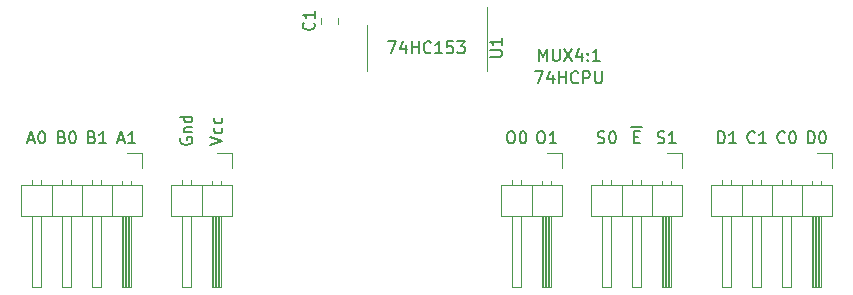
<source format=gbr>
%TF.GenerationSoftware,KiCad,Pcbnew,(5.1.8)-1*%
%TF.CreationDate,2023-06-16T08:47:49+03:00*%
%TF.ProjectId,MUX1,4d555831-2e6b-4696-9361-645f70636258,rev?*%
%TF.SameCoordinates,Original*%
%TF.FileFunction,Legend,Top*%
%TF.FilePolarity,Positive*%
%FSLAX46Y46*%
G04 Gerber Fmt 4.6, Leading zero omitted, Abs format (unit mm)*
G04 Created by KiCad (PCBNEW (5.1.8)-1) date 2023-06-16 08:47:49*
%MOMM*%
%LPD*%
G01*
G04 APERTURE LIST*
%ADD10C,0.150000*%
%ADD11C,0.120000*%
G04 APERTURE END LIST*
D10*
X113347857Y-55332380D02*
X114014523Y-55332380D01*
X113585952Y-56332380D01*
X114824047Y-55665714D02*
X114824047Y-56332380D01*
X114585952Y-55284761D02*
X114347857Y-55999047D01*
X114966904Y-55999047D01*
X115347857Y-56332380D02*
X115347857Y-55332380D01*
X115347857Y-55808571D02*
X115919285Y-55808571D01*
X115919285Y-56332380D02*
X115919285Y-55332380D01*
X116966904Y-56237142D02*
X116919285Y-56284761D01*
X116776428Y-56332380D01*
X116681190Y-56332380D01*
X116538333Y-56284761D01*
X116443095Y-56189523D01*
X116395476Y-56094285D01*
X116347857Y-55903809D01*
X116347857Y-55760952D01*
X116395476Y-55570476D01*
X116443095Y-55475238D01*
X116538333Y-55380000D01*
X116681190Y-55332380D01*
X116776428Y-55332380D01*
X116919285Y-55380000D01*
X116966904Y-55427619D01*
X117395476Y-56332380D02*
X117395476Y-55332380D01*
X117776428Y-55332380D01*
X117871666Y-55380000D01*
X117919285Y-55427619D01*
X117966904Y-55522857D01*
X117966904Y-55665714D01*
X117919285Y-55760952D01*
X117871666Y-55808571D01*
X117776428Y-55856190D01*
X117395476Y-55856190D01*
X118395476Y-55332380D02*
X118395476Y-56141904D01*
X118443095Y-56237142D01*
X118490714Y-56284761D01*
X118585952Y-56332380D01*
X118776428Y-56332380D01*
X118871666Y-56284761D01*
X118919285Y-56237142D01*
X118966904Y-56141904D01*
X118966904Y-55332380D01*
X113681190Y-54427380D02*
X113681190Y-53427380D01*
X114014523Y-54141666D01*
X114347857Y-53427380D01*
X114347857Y-54427380D01*
X114824047Y-53427380D02*
X114824047Y-54236904D01*
X114871666Y-54332142D01*
X114919285Y-54379761D01*
X115014523Y-54427380D01*
X115205000Y-54427380D01*
X115300238Y-54379761D01*
X115347857Y-54332142D01*
X115395476Y-54236904D01*
X115395476Y-53427380D01*
X115776428Y-53427380D02*
X116443095Y-54427380D01*
X116443095Y-53427380D02*
X115776428Y-54427380D01*
X117252619Y-53760714D02*
X117252619Y-54427380D01*
X117014523Y-53379761D02*
X116776428Y-54094047D01*
X117395476Y-54094047D01*
X117776428Y-54332142D02*
X117824047Y-54379761D01*
X117776428Y-54427380D01*
X117728809Y-54379761D01*
X117776428Y-54332142D01*
X117776428Y-54427380D01*
X117776428Y-53808333D02*
X117824047Y-53855952D01*
X117776428Y-53903571D01*
X117728809Y-53855952D01*
X117776428Y-53808333D01*
X117776428Y-53903571D01*
X118776428Y-54427380D02*
X118205000Y-54427380D01*
X118490714Y-54427380D02*
X118490714Y-53427380D01*
X118395476Y-53570238D01*
X118300238Y-53665476D01*
X118205000Y-53713095D01*
X100878095Y-52792380D02*
X101544761Y-52792380D01*
X101116190Y-53792380D01*
X102354285Y-53125714D02*
X102354285Y-53792380D01*
X102116190Y-52744761D02*
X101878095Y-53459047D01*
X102497142Y-53459047D01*
X102878095Y-53792380D02*
X102878095Y-52792380D01*
X102878095Y-53268571D02*
X103449523Y-53268571D01*
X103449523Y-53792380D02*
X103449523Y-52792380D01*
X104497142Y-53697142D02*
X104449523Y-53744761D01*
X104306666Y-53792380D01*
X104211428Y-53792380D01*
X104068571Y-53744761D01*
X103973333Y-53649523D01*
X103925714Y-53554285D01*
X103878095Y-53363809D01*
X103878095Y-53220952D01*
X103925714Y-53030476D01*
X103973333Y-52935238D01*
X104068571Y-52840000D01*
X104211428Y-52792380D01*
X104306666Y-52792380D01*
X104449523Y-52840000D01*
X104497142Y-52887619D01*
X105449523Y-53792380D02*
X104878095Y-53792380D01*
X105163809Y-53792380D02*
X105163809Y-52792380D01*
X105068571Y-52935238D01*
X104973333Y-53030476D01*
X104878095Y-53078095D01*
X106354285Y-52792380D02*
X105878095Y-52792380D01*
X105830476Y-53268571D01*
X105878095Y-53220952D01*
X105973333Y-53173333D01*
X106211428Y-53173333D01*
X106306666Y-53220952D01*
X106354285Y-53268571D01*
X106401904Y-53363809D01*
X106401904Y-53601904D01*
X106354285Y-53697142D01*
X106306666Y-53744761D01*
X106211428Y-53792380D01*
X105973333Y-53792380D01*
X105878095Y-53744761D01*
X105830476Y-53697142D01*
X106735238Y-52792380D02*
X107354285Y-52792380D01*
X107020952Y-53173333D01*
X107163809Y-53173333D01*
X107259047Y-53220952D01*
X107306666Y-53268571D01*
X107354285Y-53363809D01*
X107354285Y-53601904D01*
X107306666Y-53697142D01*
X107259047Y-53744761D01*
X107163809Y-53792380D01*
X106878095Y-53792380D01*
X106782857Y-53744761D01*
X106735238Y-53697142D01*
X136421904Y-61412380D02*
X136421904Y-60412380D01*
X136660000Y-60412380D01*
X136802857Y-60460000D01*
X136898095Y-60555238D01*
X136945714Y-60650476D01*
X136993333Y-60840952D01*
X136993333Y-60983809D01*
X136945714Y-61174285D01*
X136898095Y-61269523D01*
X136802857Y-61364761D01*
X136660000Y-61412380D01*
X136421904Y-61412380D01*
X137612380Y-60412380D02*
X137707619Y-60412380D01*
X137802857Y-60460000D01*
X137850476Y-60507619D01*
X137898095Y-60602857D01*
X137945714Y-60793333D01*
X137945714Y-61031428D01*
X137898095Y-61221904D01*
X137850476Y-61317142D01*
X137802857Y-61364761D01*
X137707619Y-61412380D01*
X137612380Y-61412380D01*
X137517142Y-61364761D01*
X137469523Y-61317142D01*
X137421904Y-61221904D01*
X137374285Y-61031428D01*
X137374285Y-60793333D01*
X137421904Y-60602857D01*
X137469523Y-60507619D01*
X137517142Y-60460000D01*
X137612380Y-60412380D01*
X134453333Y-61317142D02*
X134405714Y-61364761D01*
X134262857Y-61412380D01*
X134167619Y-61412380D01*
X134024761Y-61364761D01*
X133929523Y-61269523D01*
X133881904Y-61174285D01*
X133834285Y-60983809D01*
X133834285Y-60840952D01*
X133881904Y-60650476D01*
X133929523Y-60555238D01*
X134024761Y-60460000D01*
X134167619Y-60412380D01*
X134262857Y-60412380D01*
X134405714Y-60460000D01*
X134453333Y-60507619D01*
X135072380Y-60412380D02*
X135167619Y-60412380D01*
X135262857Y-60460000D01*
X135310476Y-60507619D01*
X135358095Y-60602857D01*
X135405714Y-60793333D01*
X135405714Y-61031428D01*
X135358095Y-61221904D01*
X135310476Y-61317142D01*
X135262857Y-61364761D01*
X135167619Y-61412380D01*
X135072380Y-61412380D01*
X134977142Y-61364761D01*
X134929523Y-61317142D01*
X134881904Y-61221904D01*
X134834285Y-61031428D01*
X134834285Y-60793333D01*
X134881904Y-60602857D01*
X134929523Y-60507619D01*
X134977142Y-60460000D01*
X135072380Y-60412380D01*
X131913333Y-61317142D02*
X131865714Y-61364761D01*
X131722857Y-61412380D01*
X131627619Y-61412380D01*
X131484761Y-61364761D01*
X131389523Y-61269523D01*
X131341904Y-61174285D01*
X131294285Y-60983809D01*
X131294285Y-60840952D01*
X131341904Y-60650476D01*
X131389523Y-60555238D01*
X131484761Y-60460000D01*
X131627619Y-60412380D01*
X131722857Y-60412380D01*
X131865714Y-60460000D01*
X131913333Y-60507619D01*
X132865714Y-61412380D02*
X132294285Y-61412380D01*
X132580000Y-61412380D02*
X132580000Y-60412380D01*
X132484761Y-60555238D01*
X132389523Y-60650476D01*
X132294285Y-60698095D01*
X128801904Y-61412380D02*
X128801904Y-60412380D01*
X129040000Y-60412380D01*
X129182857Y-60460000D01*
X129278095Y-60555238D01*
X129325714Y-60650476D01*
X129373333Y-60840952D01*
X129373333Y-60983809D01*
X129325714Y-61174285D01*
X129278095Y-61269523D01*
X129182857Y-61364761D01*
X129040000Y-61412380D01*
X128801904Y-61412380D01*
X130325714Y-61412380D02*
X129754285Y-61412380D01*
X130040000Y-61412380D02*
X130040000Y-60412380D01*
X129944761Y-60555238D01*
X129849523Y-60650476D01*
X129754285Y-60698095D01*
X123698095Y-61364761D02*
X123840952Y-61412380D01*
X124079047Y-61412380D01*
X124174285Y-61364761D01*
X124221904Y-61317142D01*
X124269523Y-61221904D01*
X124269523Y-61126666D01*
X124221904Y-61031428D01*
X124174285Y-60983809D01*
X124079047Y-60936190D01*
X123888571Y-60888571D01*
X123793333Y-60840952D01*
X123745714Y-60793333D01*
X123698095Y-60698095D01*
X123698095Y-60602857D01*
X123745714Y-60507619D01*
X123793333Y-60460000D01*
X123888571Y-60412380D01*
X124126666Y-60412380D01*
X124269523Y-60460000D01*
X125221904Y-61412380D02*
X124650476Y-61412380D01*
X124936190Y-61412380D02*
X124936190Y-60412380D01*
X124840952Y-60555238D01*
X124745714Y-60650476D01*
X124650476Y-60698095D01*
X121467619Y-60045000D02*
X122372380Y-60045000D01*
X121705714Y-60888571D02*
X122039047Y-60888571D01*
X122181904Y-61412380D02*
X121705714Y-61412380D01*
X121705714Y-60412380D01*
X122181904Y-60412380D01*
X118618095Y-61364761D02*
X118760952Y-61412380D01*
X118999047Y-61412380D01*
X119094285Y-61364761D01*
X119141904Y-61317142D01*
X119189523Y-61221904D01*
X119189523Y-61126666D01*
X119141904Y-61031428D01*
X119094285Y-60983809D01*
X118999047Y-60936190D01*
X118808571Y-60888571D01*
X118713333Y-60840952D01*
X118665714Y-60793333D01*
X118618095Y-60698095D01*
X118618095Y-60602857D01*
X118665714Y-60507619D01*
X118713333Y-60460000D01*
X118808571Y-60412380D01*
X119046666Y-60412380D01*
X119189523Y-60460000D01*
X119808571Y-60412380D02*
X119903809Y-60412380D01*
X119999047Y-60460000D01*
X120046666Y-60507619D01*
X120094285Y-60602857D01*
X120141904Y-60793333D01*
X120141904Y-61031428D01*
X120094285Y-61221904D01*
X120046666Y-61317142D01*
X119999047Y-61364761D01*
X119903809Y-61412380D01*
X119808571Y-61412380D01*
X119713333Y-61364761D01*
X119665714Y-61317142D01*
X119618095Y-61221904D01*
X119570476Y-61031428D01*
X119570476Y-60793333D01*
X119618095Y-60602857D01*
X119665714Y-60507619D01*
X119713333Y-60460000D01*
X119808571Y-60412380D01*
X70405714Y-61126666D02*
X70881904Y-61126666D01*
X70310476Y-61412380D02*
X70643809Y-60412380D01*
X70977142Y-61412380D01*
X71500952Y-60412380D02*
X71596190Y-60412380D01*
X71691428Y-60460000D01*
X71739047Y-60507619D01*
X71786666Y-60602857D01*
X71834285Y-60793333D01*
X71834285Y-61031428D01*
X71786666Y-61221904D01*
X71739047Y-61317142D01*
X71691428Y-61364761D01*
X71596190Y-61412380D01*
X71500952Y-61412380D01*
X71405714Y-61364761D01*
X71358095Y-61317142D01*
X71310476Y-61221904D01*
X71262857Y-61031428D01*
X71262857Y-60793333D01*
X71310476Y-60602857D01*
X71358095Y-60507619D01*
X71405714Y-60460000D01*
X71500952Y-60412380D01*
X73255238Y-60888571D02*
X73398095Y-60936190D01*
X73445714Y-60983809D01*
X73493333Y-61079047D01*
X73493333Y-61221904D01*
X73445714Y-61317142D01*
X73398095Y-61364761D01*
X73302857Y-61412380D01*
X72921904Y-61412380D01*
X72921904Y-60412380D01*
X73255238Y-60412380D01*
X73350476Y-60460000D01*
X73398095Y-60507619D01*
X73445714Y-60602857D01*
X73445714Y-60698095D01*
X73398095Y-60793333D01*
X73350476Y-60840952D01*
X73255238Y-60888571D01*
X72921904Y-60888571D01*
X74112380Y-60412380D02*
X74207619Y-60412380D01*
X74302857Y-60460000D01*
X74350476Y-60507619D01*
X74398095Y-60602857D01*
X74445714Y-60793333D01*
X74445714Y-61031428D01*
X74398095Y-61221904D01*
X74350476Y-61317142D01*
X74302857Y-61364761D01*
X74207619Y-61412380D01*
X74112380Y-61412380D01*
X74017142Y-61364761D01*
X73969523Y-61317142D01*
X73921904Y-61221904D01*
X73874285Y-61031428D01*
X73874285Y-60793333D01*
X73921904Y-60602857D01*
X73969523Y-60507619D01*
X74017142Y-60460000D01*
X74112380Y-60412380D01*
X75795238Y-60888571D02*
X75938095Y-60936190D01*
X75985714Y-60983809D01*
X76033333Y-61079047D01*
X76033333Y-61221904D01*
X75985714Y-61317142D01*
X75938095Y-61364761D01*
X75842857Y-61412380D01*
X75461904Y-61412380D01*
X75461904Y-60412380D01*
X75795238Y-60412380D01*
X75890476Y-60460000D01*
X75938095Y-60507619D01*
X75985714Y-60602857D01*
X75985714Y-60698095D01*
X75938095Y-60793333D01*
X75890476Y-60840952D01*
X75795238Y-60888571D01*
X75461904Y-60888571D01*
X76985714Y-61412380D02*
X76414285Y-61412380D01*
X76700000Y-61412380D02*
X76700000Y-60412380D01*
X76604761Y-60555238D01*
X76509523Y-60650476D01*
X76414285Y-60698095D01*
X78025714Y-61126666D02*
X78501904Y-61126666D01*
X77930476Y-61412380D02*
X78263809Y-60412380D01*
X78597142Y-61412380D01*
X79454285Y-61412380D02*
X78882857Y-61412380D01*
X79168571Y-61412380D02*
X79168571Y-60412380D01*
X79073333Y-60555238D01*
X78978095Y-60650476D01*
X78882857Y-60698095D01*
X83320000Y-60967857D02*
X83272380Y-61063095D01*
X83272380Y-61205952D01*
X83320000Y-61348809D01*
X83415238Y-61444047D01*
X83510476Y-61491666D01*
X83700952Y-61539285D01*
X83843809Y-61539285D01*
X84034285Y-61491666D01*
X84129523Y-61444047D01*
X84224761Y-61348809D01*
X84272380Y-61205952D01*
X84272380Y-61110714D01*
X84224761Y-60967857D01*
X84177142Y-60920238D01*
X83843809Y-60920238D01*
X83843809Y-61110714D01*
X83605714Y-60491666D02*
X84272380Y-60491666D01*
X83700952Y-60491666D02*
X83653333Y-60444047D01*
X83605714Y-60348809D01*
X83605714Y-60205952D01*
X83653333Y-60110714D01*
X83748571Y-60063095D01*
X84272380Y-60063095D01*
X84272380Y-59158333D02*
X83272380Y-59158333D01*
X84224761Y-59158333D02*
X84272380Y-59253571D01*
X84272380Y-59444047D01*
X84224761Y-59539285D01*
X84177142Y-59586904D01*
X84081904Y-59634523D01*
X83796190Y-59634523D01*
X83700952Y-59586904D01*
X83653333Y-59539285D01*
X83605714Y-59444047D01*
X83605714Y-59253571D01*
X83653333Y-59158333D01*
X85812380Y-61515476D02*
X86812380Y-61182142D01*
X85812380Y-60848809D01*
X86764761Y-60086904D02*
X86812380Y-60182142D01*
X86812380Y-60372619D01*
X86764761Y-60467857D01*
X86717142Y-60515476D01*
X86621904Y-60563095D01*
X86336190Y-60563095D01*
X86240952Y-60515476D01*
X86193333Y-60467857D01*
X86145714Y-60372619D01*
X86145714Y-60182142D01*
X86193333Y-60086904D01*
X86764761Y-59229761D02*
X86812380Y-59325000D01*
X86812380Y-59515476D01*
X86764761Y-59610714D01*
X86717142Y-59658333D01*
X86621904Y-59705952D01*
X86336190Y-59705952D01*
X86240952Y-59658333D01*
X86193333Y-59610714D01*
X86145714Y-59515476D01*
X86145714Y-59325000D01*
X86193333Y-59229761D01*
X113728571Y-60412380D02*
X113919047Y-60412380D01*
X114014285Y-60460000D01*
X114109523Y-60555238D01*
X114157142Y-60745714D01*
X114157142Y-61079047D01*
X114109523Y-61269523D01*
X114014285Y-61364761D01*
X113919047Y-61412380D01*
X113728571Y-61412380D01*
X113633333Y-61364761D01*
X113538095Y-61269523D01*
X113490476Y-61079047D01*
X113490476Y-60745714D01*
X113538095Y-60555238D01*
X113633333Y-60460000D01*
X113728571Y-60412380D01*
X115109523Y-61412380D02*
X114538095Y-61412380D01*
X114823809Y-61412380D02*
X114823809Y-60412380D01*
X114728571Y-60555238D01*
X114633333Y-60650476D01*
X114538095Y-60698095D01*
X111188571Y-60412380D02*
X111379047Y-60412380D01*
X111474285Y-60460000D01*
X111569523Y-60555238D01*
X111617142Y-60745714D01*
X111617142Y-61079047D01*
X111569523Y-61269523D01*
X111474285Y-61364761D01*
X111379047Y-61412380D01*
X111188571Y-61412380D01*
X111093333Y-61364761D01*
X110998095Y-61269523D01*
X110950476Y-61079047D01*
X110950476Y-60745714D01*
X110998095Y-60555238D01*
X111093333Y-60460000D01*
X111188571Y-60412380D01*
X112236190Y-60412380D02*
X112331428Y-60412380D01*
X112426666Y-60460000D01*
X112474285Y-60507619D01*
X112521904Y-60602857D01*
X112569523Y-60793333D01*
X112569523Y-61031428D01*
X112521904Y-61221904D01*
X112474285Y-61317142D01*
X112426666Y-61364761D01*
X112331428Y-61412380D01*
X112236190Y-61412380D01*
X112140952Y-61364761D01*
X112093333Y-61317142D01*
X112045714Y-61221904D01*
X111998095Y-61031428D01*
X111998095Y-60793333D01*
X112045714Y-60602857D01*
X112093333Y-60507619D01*
X112140952Y-60460000D01*
X112236190Y-60412380D01*
D11*
%TO.C,J5*%
X115570000Y-62230000D02*
X115570000Y-63500000D01*
X114300000Y-62230000D02*
X115570000Y-62230000D01*
X111380000Y-64542929D02*
X111380000Y-64940000D01*
X112140000Y-64542929D02*
X112140000Y-64940000D01*
X111380000Y-73600000D02*
X111380000Y-67600000D01*
X112140000Y-73600000D02*
X111380000Y-73600000D01*
X112140000Y-67600000D02*
X112140000Y-73600000D01*
X113030000Y-64940000D02*
X113030000Y-67600000D01*
X113920000Y-64610000D02*
X113920000Y-64940000D01*
X114680000Y-64610000D02*
X114680000Y-64940000D01*
X114020000Y-67600000D02*
X114020000Y-73600000D01*
X114140000Y-67600000D02*
X114140000Y-73600000D01*
X114260000Y-67600000D02*
X114260000Y-73600000D01*
X114380000Y-67600000D02*
X114380000Y-73600000D01*
X114500000Y-67600000D02*
X114500000Y-73600000D01*
X114620000Y-67600000D02*
X114620000Y-73600000D01*
X113920000Y-73600000D02*
X113920000Y-67600000D01*
X114680000Y-73600000D02*
X113920000Y-73600000D01*
X114680000Y-67600000D02*
X114680000Y-73600000D01*
X115630000Y-67600000D02*
X115630000Y-64940000D01*
X110430000Y-67600000D02*
X115630000Y-67600000D01*
X110430000Y-64940000D02*
X110430000Y-67600000D01*
X115630000Y-64940000D02*
X110430000Y-64940000D01*
%TO.C,C1*%
X96620000Y-51293752D02*
X96620000Y-50771248D01*
X95150000Y-51293752D02*
X95150000Y-50771248D01*
%TO.C,J1*%
X80010000Y-62230000D02*
X80010000Y-63500000D01*
X78740000Y-62230000D02*
X80010000Y-62230000D01*
X70740000Y-64542929D02*
X70740000Y-64940000D01*
X71500000Y-64542929D02*
X71500000Y-64940000D01*
X70740000Y-73600000D02*
X70740000Y-67600000D01*
X71500000Y-73600000D02*
X70740000Y-73600000D01*
X71500000Y-67600000D02*
X71500000Y-73600000D01*
X72390000Y-64940000D02*
X72390000Y-67600000D01*
X73280000Y-64542929D02*
X73280000Y-64940000D01*
X74040000Y-64542929D02*
X74040000Y-64940000D01*
X73280000Y-73600000D02*
X73280000Y-67600000D01*
X74040000Y-73600000D02*
X73280000Y-73600000D01*
X74040000Y-67600000D02*
X74040000Y-73600000D01*
X74930000Y-64940000D02*
X74930000Y-67600000D01*
X75820000Y-64542929D02*
X75820000Y-64940000D01*
X76580000Y-64542929D02*
X76580000Y-64940000D01*
X75820000Y-73600000D02*
X75820000Y-67600000D01*
X76580000Y-73600000D02*
X75820000Y-73600000D01*
X76580000Y-67600000D02*
X76580000Y-73600000D01*
X77470000Y-64940000D02*
X77470000Y-67600000D01*
X78360000Y-64610000D02*
X78360000Y-64940000D01*
X79120000Y-64610000D02*
X79120000Y-64940000D01*
X78460000Y-67600000D02*
X78460000Y-73600000D01*
X78580000Y-67600000D02*
X78580000Y-73600000D01*
X78700000Y-67600000D02*
X78700000Y-73600000D01*
X78820000Y-67600000D02*
X78820000Y-73600000D01*
X78940000Y-67600000D02*
X78940000Y-73600000D01*
X79060000Y-67600000D02*
X79060000Y-73600000D01*
X78360000Y-73600000D02*
X78360000Y-67600000D01*
X79120000Y-73600000D02*
X78360000Y-73600000D01*
X79120000Y-67600000D02*
X79120000Y-73600000D01*
X80070000Y-67600000D02*
X80070000Y-64940000D01*
X69790000Y-67600000D02*
X80070000Y-67600000D01*
X69790000Y-64940000D02*
X69790000Y-67600000D01*
X80070000Y-64940000D02*
X69790000Y-64940000D01*
%TO.C,J2*%
X138490000Y-64940000D02*
X128210000Y-64940000D01*
X128210000Y-64940000D02*
X128210000Y-67600000D01*
X128210000Y-67600000D02*
X138490000Y-67600000D01*
X138490000Y-67600000D02*
X138490000Y-64940000D01*
X137540000Y-67600000D02*
X137540000Y-73600000D01*
X137540000Y-73600000D02*
X136780000Y-73600000D01*
X136780000Y-73600000D02*
X136780000Y-67600000D01*
X137480000Y-67600000D02*
X137480000Y-73600000D01*
X137360000Y-67600000D02*
X137360000Y-73600000D01*
X137240000Y-67600000D02*
X137240000Y-73600000D01*
X137120000Y-67600000D02*
X137120000Y-73600000D01*
X137000000Y-67600000D02*
X137000000Y-73600000D01*
X136880000Y-67600000D02*
X136880000Y-73600000D01*
X137540000Y-64610000D02*
X137540000Y-64940000D01*
X136780000Y-64610000D02*
X136780000Y-64940000D01*
X135890000Y-64940000D02*
X135890000Y-67600000D01*
X135000000Y-67600000D02*
X135000000Y-73600000D01*
X135000000Y-73600000D02*
X134240000Y-73600000D01*
X134240000Y-73600000D02*
X134240000Y-67600000D01*
X135000000Y-64542929D02*
X135000000Y-64940000D01*
X134240000Y-64542929D02*
X134240000Y-64940000D01*
X133350000Y-64940000D02*
X133350000Y-67600000D01*
X132460000Y-67600000D02*
X132460000Y-73600000D01*
X132460000Y-73600000D02*
X131700000Y-73600000D01*
X131700000Y-73600000D02*
X131700000Y-67600000D01*
X132460000Y-64542929D02*
X132460000Y-64940000D01*
X131700000Y-64542929D02*
X131700000Y-64940000D01*
X130810000Y-64940000D02*
X130810000Y-67600000D01*
X129920000Y-67600000D02*
X129920000Y-73600000D01*
X129920000Y-73600000D02*
X129160000Y-73600000D01*
X129160000Y-73600000D02*
X129160000Y-67600000D01*
X129920000Y-64542929D02*
X129920000Y-64940000D01*
X129160000Y-64542929D02*
X129160000Y-64940000D01*
X137160000Y-62230000D02*
X138430000Y-62230000D01*
X138430000Y-62230000D02*
X138430000Y-63500000D01*
%TO.C,J3*%
X125730000Y-62230000D02*
X125730000Y-63500000D01*
X124460000Y-62230000D02*
X125730000Y-62230000D01*
X119000000Y-64542929D02*
X119000000Y-64940000D01*
X119760000Y-64542929D02*
X119760000Y-64940000D01*
X119000000Y-73600000D02*
X119000000Y-67600000D01*
X119760000Y-73600000D02*
X119000000Y-73600000D01*
X119760000Y-67600000D02*
X119760000Y-73600000D01*
X120650000Y-64940000D02*
X120650000Y-67600000D01*
X121540000Y-64542929D02*
X121540000Y-64940000D01*
X122300000Y-64542929D02*
X122300000Y-64940000D01*
X121540000Y-73600000D02*
X121540000Y-67600000D01*
X122300000Y-73600000D02*
X121540000Y-73600000D01*
X122300000Y-67600000D02*
X122300000Y-73600000D01*
X123190000Y-64940000D02*
X123190000Y-67600000D01*
X124080000Y-64610000D02*
X124080000Y-64940000D01*
X124840000Y-64610000D02*
X124840000Y-64940000D01*
X124180000Y-67600000D02*
X124180000Y-73600000D01*
X124300000Y-67600000D02*
X124300000Y-73600000D01*
X124420000Y-67600000D02*
X124420000Y-73600000D01*
X124540000Y-67600000D02*
X124540000Y-73600000D01*
X124660000Y-67600000D02*
X124660000Y-73600000D01*
X124780000Y-67600000D02*
X124780000Y-73600000D01*
X124080000Y-73600000D02*
X124080000Y-67600000D01*
X124840000Y-73600000D02*
X124080000Y-73600000D01*
X124840000Y-67600000D02*
X124840000Y-73600000D01*
X125790000Y-67600000D02*
X125790000Y-64940000D01*
X118050000Y-67600000D02*
X125790000Y-67600000D01*
X118050000Y-64940000D02*
X118050000Y-67600000D01*
X125790000Y-64940000D02*
X118050000Y-64940000D01*
%TO.C,J4*%
X87630000Y-62230000D02*
X87630000Y-63500000D01*
X86360000Y-62230000D02*
X87630000Y-62230000D01*
X83440000Y-64542929D02*
X83440000Y-64940000D01*
X84200000Y-64542929D02*
X84200000Y-64940000D01*
X83440000Y-73600000D02*
X83440000Y-67600000D01*
X84200000Y-73600000D02*
X83440000Y-73600000D01*
X84200000Y-67600000D02*
X84200000Y-73600000D01*
X85090000Y-64940000D02*
X85090000Y-67600000D01*
X85980000Y-64610000D02*
X85980000Y-64940000D01*
X86740000Y-64610000D02*
X86740000Y-64940000D01*
X86080000Y-67600000D02*
X86080000Y-73600000D01*
X86200000Y-67600000D02*
X86200000Y-73600000D01*
X86320000Y-67600000D02*
X86320000Y-73600000D01*
X86440000Y-67600000D02*
X86440000Y-73600000D01*
X86560000Y-67600000D02*
X86560000Y-73600000D01*
X86680000Y-67600000D02*
X86680000Y-73600000D01*
X85980000Y-73600000D02*
X85980000Y-67600000D01*
X86740000Y-73600000D02*
X85980000Y-73600000D01*
X86740000Y-67600000D02*
X86740000Y-73600000D01*
X87690000Y-67600000D02*
X87690000Y-64940000D01*
X82490000Y-67600000D02*
X87690000Y-67600000D01*
X82490000Y-64940000D02*
X82490000Y-67600000D01*
X87690000Y-64940000D02*
X82490000Y-64940000D01*
%TO.C,U1*%
X109200000Y-53340000D02*
X109200000Y-49890000D01*
X109200000Y-53340000D02*
X109200000Y-55290000D01*
X99080000Y-53340000D02*
X99080000Y-51390000D01*
X99080000Y-53340000D02*
X99080000Y-55290000D01*
%TO.C,C1*%
D10*
X94562142Y-51199166D02*
X94609761Y-51246785D01*
X94657380Y-51389642D01*
X94657380Y-51484880D01*
X94609761Y-51627738D01*
X94514523Y-51722976D01*
X94419285Y-51770595D01*
X94228809Y-51818214D01*
X94085952Y-51818214D01*
X93895476Y-51770595D01*
X93800238Y-51722976D01*
X93705000Y-51627738D01*
X93657380Y-51484880D01*
X93657380Y-51389642D01*
X93705000Y-51246785D01*
X93752619Y-51199166D01*
X94657380Y-50246785D02*
X94657380Y-50818214D01*
X94657380Y-50532500D02*
X93657380Y-50532500D01*
X93800238Y-50627738D01*
X93895476Y-50722976D01*
X93943095Y-50818214D01*
%TO.C,U1*%
X109492380Y-54101904D02*
X110301904Y-54101904D01*
X110397142Y-54054285D01*
X110444761Y-54006666D01*
X110492380Y-53911428D01*
X110492380Y-53720952D01*
X110444761Y-53625714D01*
X110397142Y-53578095D01*
X110301904Y-53530476D01*
X109492380Y-53530476D01*
X110492380Y-52530476D02*
X110492380Y-53101904D01*
X110492380Y-52816190D02*
X109492380Y-52816190D01*
X109635238Y-52911428D01*
X109730476Y-53006666D01*
X109778095Y-53101904D01*
%TD*%
M02*

</source>
